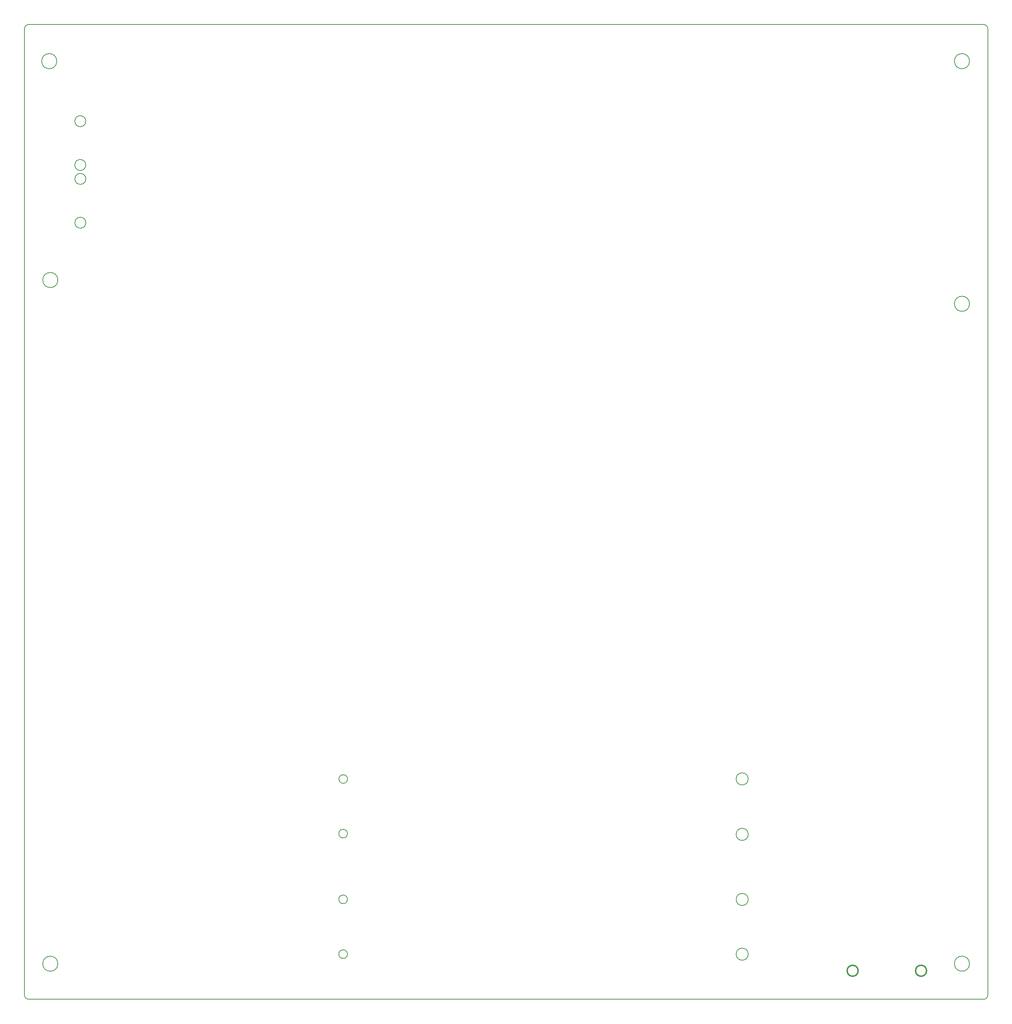
<source format=gbr>
%FSLAX34Y34*%
%MOMM*%
%LNOUTLINE*%
G71*
G01*
%ADD10C,0.300*%
%ADD11C,0.150*%
%LPD*%
G54D10*
G75*
G01X2102800Y-2203800D02*
G03X2102800Y-2203800I-12700J0D01*
G01*
G54D10*
G75*
G01X1944050Y-2203800D02*
G03X1944050Y-2203800I-12700J0D01*
G01*
G54D11*
G75*
G01X152375Y-367918D02*
G03X152375Y-367918I-12700J0D01*
G01*
G54D11*
G75*
G01X152375Y-469518D02*
G03X152375Y-469518I-12700J0D01*
G01*
G54D11*
G75*
G01X152169Y-234155D02*
G03X152169Y-234155I-12700J0D01*
G01*
G54D11*
G75*
G01X152169Y-335755D02*
G03X152169Y-335755I-12700J0D01*
G01*
G54D11*
X19950Y-10003D02*
X2235000Y-10000D01*
G54D11*
G75*
G01X19950Y-10003D02*
G03X9950Y-20003I0J-10000D01*
G01*
G54D11*
G75*
G01X2245000Y-20000D02*
G03X2235000Y-10000I-10000J0D01*
G01*
G54D11*
X9950Y-20003D02*
X10000Y-2260000D01*
G54D11*
G75*
G01X2235000Y-2270000D02*
G03X2245000Y-2260000I0J10000D01*
G01*
G54D11*
X2245000Y-20000D02*
X2245000Y-2260000D01*
G54D11*
G75*
G01X10000Y-2260000D02*
G03X20000Y-2270000I10000J0D01*
G01*
G54D11*
X2235000Y-2270000D02*
X20000Y-2270000D01*
G54D11*
G75*
G01X87500Y-2187500D02*
G03X87500Y-2187500I-17500J0D01*
G01*
G54D11*
G75*
G01X87500Y-602500D02*
G03X87500Y-602500I-17500J0D01*
G01*
G54D11*
G75*
G01X85000Y-95000D02*
G03X85000Y-95000I-17500J0D01*
G01*
G54D11*
G75*
G01X2202500Y-2187500D02*
G03X2202500Y-2187500I-17500J0D01*
G01*
G54D11*
G75*
G01X2202500Y-657500D02*
G03X2202500Y-657500I-17500J0D01*
G01*
G54D11*
G75*
G01X2202500Y-95000D02*
G03X2202500Y-95000I-17500J0D01*
G01*
G54D11*
G75*
G01X1689064Y-1758980D02*
G03X1689064Y-1758980I-14000J0D01*
G01*
G54D11*
G75*
G01X1689112Y-1887654D02*
G03X1689112Y-1887654I-14000J0D01*
G01*
G54D11*
G75*
G01X1689198Y-2038520D02*
G03X1689198Y-2038520I-14000J0D01*
G01*
G54D11*
G75*
G01X1689123Y-2165366D02*
G03X1689123Y-2165366I-14000J0D01*
G01*
G54D11*
G75*
G01X759578Y-1759343D02*
G03X759578Y-1759343I-10000J0D01*
G01*
G54D11*
G75*
G01X759300Y-1885950D02*
G03X759300Y-1885950I-10000J0D01*
G01*
G54D11*
G75*
G01X759300Y-2038350D02*
G03X759300Y-2038350I-10000J0D01*
G01*
G54D11*
G75*
G01X759300Y-2165350D02*
G03X759300Y-2165350I-10000J0D01*
G01*
M02*

</source>
